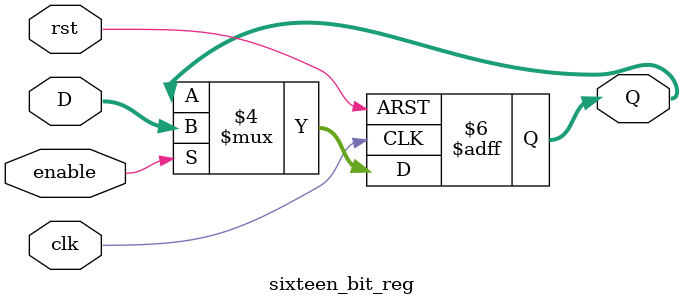
<source format=v>
module sixteen_bit_reg(D, clk, rst, Q, enable);
	
	input enable;
	input[15:0] D;
	input clk, rst;
	output reg [15:0] Q;

	always @(posedge clk or posedge rst) begin

		if (rst == 1'b1)
			Q <= 16'b0;
		else if (enable == 1'b1)
			Q <= D;
		end
		
endmodule
</source>
